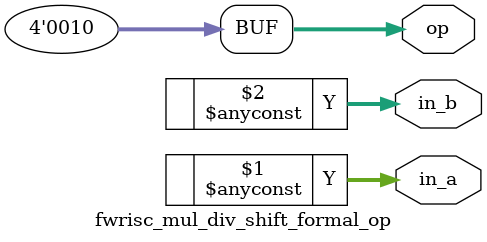
<source format=sv>

module fwrisc_mul_div_shift_formal_op(
		output[31:0]		in_a,
		output[31:0]		in_b,
		output[3:0]			op
		);
	
assign op = 4'b0010; // sra
assign in_a = $anyconst;
assign in_b = $anyconst;

endmodule

</source>
